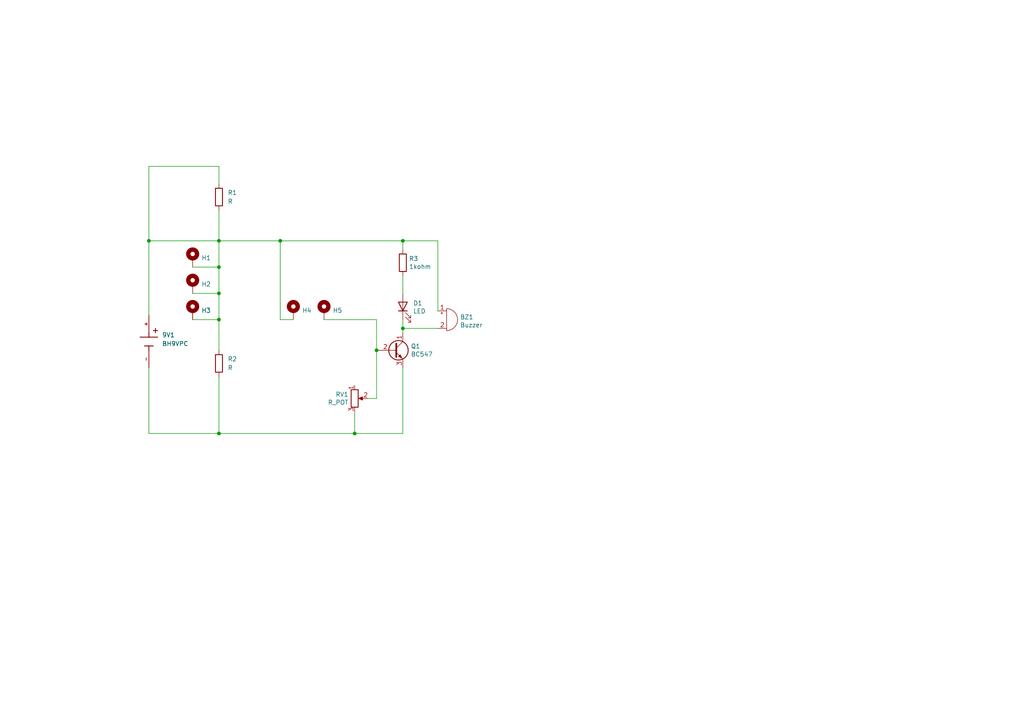
<source format=kicad_sch>
(kicad_sch (version 20211123) (generator eeschema)
  (paper "A4")
  (title_block (title "Soil Humidity Detection Device") (comment 1 "Omer Faruk Bayir") (comment 2 "180208063"))
  (lib_symbols
    (symbol "BH9VPC:BH9VPC" (pin_names (offset 1.016))
      (property "Reference" "BT" (at -3.81 3.81 0))
      (property "Value" "BH9VPC" (at -3.81 -5.08 0))
      (symbol "BH9VPC_0_0"
        (polyline (pts (xy -3.81 1.905) (xy -2.54 1.905)) (stroke (width 0.254)))
        (polyline (pts (xy -3.175 2.54) (xy -3.175 1.27)) (stroke (width 0.254)))
        (polyline (pts (xy -1.27 0) (xy -2.54 0)) (stroke (width 0.254)))
        (polyline (pts (xy -1.27 0) (xy -1.27 -2.54)) (stroke (width 0.254)))
        (polyline (pts (xy -1.27 2.54) (xy -1.27 0)) (stroke (width 0.254)))
        (polyline (pts (xy 1.27 0) (xy 1.27 -1.27)) (stroke (width 0.254)))
        (polyline (pts (xy 1.27 0) (xy 2.54 0)) (stroke (width 0.254)))
        (polyline (pts (xy 1.27 1.27) (xy 1.27 0)) (stroke (width 0.254)))
        (pin passive line (at -7.62 0 0) (length 5.08) (name "~") (number "+"))
        (pin passive line (at 7.62 0 180) (length 5.08) (name "~") (number "-"))
      )
    )
    (symbol "Device:Buzzer" (pin_names (offset 0.0254) hide)
      (property "Reference" "BZ" (at 3.81 1.27 0))
      (property "Value" "Buzzer" (at 3.81 -1.27 0))
      (symbol "Buzzer_0_1"
        (arc (start 0 -3.175) (mid 3.175 0) (end 0 3.175))
        (polyline (pts (xy -1.651 1.905) (xy -1.143 1.905)))
        (polyline (pts (xy -1.397 2.159) (xy -1.397 1.651)))
        (polyline (pts (xy 0 3.175) (xy 0 -3.175)))
      )
      (symbol "Buzzer_1_1"
        (pin passive line (at -2.54 2.54 0) (length 2.54) (name "-") (number "1"))
        (pin passive line (at -2.54 -2.54 0) (length 2.54) (name "+") (number "2"))
      )
    )
    (symbol "Device:LED" (pin_numbers hide) (pin_names (offset 1.016) hide)
      (property "Reference" "D" (at 0 2.54 0))
      (property "Value" "LED" (at 0 -2.54 0))
      (symbol "LED_0_1"
        (polyline (pts (xy -1.27 -1.27) (xy -1.27 1.27)) (stroke (width 0.254)))
        (polyline (pts (xy -1.27 0) (xy 1.27 0)))
        (polyline (pts (xy 1.27 -1.27) (xy 1.27 1.27) (xy -1.27 0) (xy 1.27 -1.27)) (stroke (width 0.254)))
        (polyline (pts (xy -3.048 -0.762) (xy -4.572 -2.286) (xy -3.81 -2.286) (xy -4.572 -2.286) (xy -4.572 -1.524)))
        (polyline (pts (xy -1.778 -0.762) (xy -3.302 -2.286) (xy -2.54 -2.286) (xy -3.302 -2.286) (xy -3.302 -1.524)))
      )
      (symbol "LED_1_1"
        (pin passive line (at -3.81 0 0) (length 2.54) (name "K") (number "1"))
        (pin passive line (at 3.81 0 180) (length 2.54) (name "A") (number "2"))
      )
    )
    (symbol "Device:R" (pin_numbers hide) (pin_names (offset 0))
      (property "Reference" "R" (at 2.032 0 90))
      (property "Value" "R" (at 0 0 90))
      (symbol "R_0_1"
        (rectangle (start -1.016 -2.54) (end 1.016 2.54) (stroke (width 0.254)))
      )
      (symbol "R_1_1"
        (pin passive line (at 0 3.81 270) (length 1.27) (name "~") (number "1"))
        (pin passive line (at 0 -3.81 90) (length 1.27) (name "~") (number "2"))
      )
    )
    (symbol "Mechanical:MountingHole_Pad" (pin_numbers hide) (pin_names (offset 1.016) hide)
      (property "Reference" "H" (at 0 6.35 0))
      (property "Value" "MountingHole_Pad" (at 0 4.445 0))
      (symbol "MountingHole_Pad_0_1"
        (circle (center 0 1.27) (radius 1.27) (stroke (width 1.27)))
      )
      (symbol "MountingHole_Pad_1_1"
        (pin input line (at 0 -2.54 90) (length 2.54) (name "1") (number "1"))
      )
    )
    (symbol "Resistive-Soil-Humidity-Sensor-rescue:R_POT-Device" (pin_names (offset 1.016) hide)
      (property "Reference" "RV" (at -4.445 0 90))
      (property "Value" "R_POT-Device" (at -2.54 0 90))
      (symbol "R_POT-Device_0_1"
        (polyline (pts (xy 2.54 0) (xy 1.524 0)))
        (polyline (pts (xy 1.143 0) (xy 2.286 0.508) (xy 2.286 -0.508) (xy 1.143 0)) (fill (type outline)))
        (rectangle (start 1.016 2.54) (end -1.016 -2.54) (stroke (width 0.254)))
      )
      (symbol "R_POT-Device_1_1"
        (pin passive line (at 0 3.81 270) (length 1.27) (name "1") (number "1"))
        (pin passive line (at 3.81 0 180) (length 1.27) (name "2") (number "2"))
        (pin passive line (at 0 -3.81 90) (length 1.27) (name "3") (number "3"))
      )
    )
    (symbol "Transistor_BJT:BC547" (pin_names (offset 0) hide)
      (property "Reference" "Q" (at 5.08 1.905 0))
      (property "Value" "BC547" (at 5.08 0 0))
      (symbol "BC547_0_1"
        (polyline (pts (xy 0 0) (xy 0.635 0)))
        (polyline (pts (xy 0.635 0.635) (xy 2.54 2.54)))
        (polyline (pts (xy 0.635 -0.635) (xy 2.54 -2.54) (xy 2.54 -2.54)))
        (polyline (pts (xy 0.635 1.905) (xy 0.635 -1.905) (xy 0.635 -1.905)) (stroke (width 0.508)))
        (polyline (pts (xy 1.27 -1.778) (xy 1.778 -1.27) (xy 2.286 -2.286) (xy 1.27 -1.778) (xy 1.27 -1.778)) (fill (type outline)))
        (circle (center 1.27 0) (radius 2.8194) (stroke (width 0.254)))
      )
      (symbol "BC547_1_1"
        (pin passive line (at 2.54 5.08 270) (length 2.54) (name "C") (number "1"))
        (pin input line (at -5.08 0 0) (length 5.08) (name "B") (number "2"))
        (pin passive line (at 2.54 -5.08 90) (length 2.54) (name "E") (number "3"))
      )
    )
  )
  (junction (at 63.5 92.71))
  (junction (at 63.5 85.09))
  (junction (at 81.28 69.85))
  (junction (at 116.84 95.25))
  (junction (at 116.84 69.85))
  (junction (at 43.18 69.85))
  (junction (at 109.22 101.6))
  (junction (at 102.87 125.73))
  (junction (at 63.5 69.85))
  (junction (at 63.5 77.47))
  (junction (at 63.5 125.73))
  (wire (pts (xy 116.84 95.25) (xy 116.84 96.52)))
  (wire (pts (xy 116.84 92.71) (xy 116.84 95.25)))
  (wire (pts (xy 55.88 77.47) (xy 63.5 77.47)))
  (wire (pts (xy 55.88 92.71) (xy 63.5 92.71)))
  (wire (pts (xy 43.18 69.85) (xy 63.5 69.85)))
  (wire (pts (xy 43.18 125.73) (xy 63.5 125.73)))
  (wire (pts (xy 63.5 60.96) (xy 63.5 69.85)))
  (wire (pts (xy 81.28 69.85) (xy 116.84 69.85)))
  (wire (pts (xy 43.18 106.68) (xy 43.18 125.73)))
  (wire (pts (xy 63.5 77.47) (xy 63.5 85.09)))
  (wire (pts (xy 93.98 92.71) (xy 109.22 92.71)))
  (wire (pts (xy 81.28 69.85) (xy 81.28 92.71)))
  (wire (pts (xy 127 69.85) (xy 116.84 69.85)))
  (wire (pts (xy 116.84 106.68) (xy 116.84 125.73)))
  (wire (pts (xy 106.68 115.57) (xy 109.22 115.57)))
  (wire (pts (xy 43.18 48.26) (xy 43.18 69.85)))
  (wire (pts (xy 127 90.17) (xy 127 69.85)))
  (wire (pts (xy 55.88 85.09) (xy 63.5 85.09)))
  (wire (pts (xy 102.87 119.38) (xy 102.87 125.73)))
  (wire (pts (xy 63.5 92.71) (xy 63.5 101.6)))
  (wire (pts (xy 63.5 85.09) (xy 63.5 92.71)))
  (wire (pts (xy 63.5 48.26) (xy 43.18 48.26)))
  (wire (pts (xy 63.5 125.73) (xy 102.87 125.73)))
  (wire (pts (xy 116.84 80.01) (xy 116.84 85.09)))
  (wire (pts (xy 63.5 109.22) (xy 63.5 125.73)))
  (wire (pts (xy 63.5 53.34) (xy 63.5 48.26)))
  (wire (pts (xy 63.5 69.85) (xy 63.5 77.47)))
  (wire (pts (xy 43.18 69.85) (xy 43.18 91.44)))
  (wire (pts (xy 116.84 69.85) (xy 116.84 72.39)))
  (wire (pts (xy 63.5 69.85) (xy 81.28 69.85)))
  (wire (pts (xy 127 95.25) (xy 116.84 95.25)))
  (wire (pts (xy 81.28 92.71) (xy 85.09 92.71)))
  (wire (pts (xy 109.22 101.6) (xy 109.22 115.57)))
  (wire (pts (xy 116.84 125.73) (xy 102.87 125.73)))
  (wire (pts (xy 109.22 101.6) (xy 109.22 92.71)))
  (symbol (lib_id "Device:R") (at 63.5 105.41 0) (unit 1)
    (property "Reference" "R2" (at 66.04 104.1399 0) (effects (justify left)))
    (property "Value" "R" (at 66.04 106.6799 0) (effects (justify left)))
    (property "Footprint" "Resistor_THT:R_Axial_DIN0204_L3.6mm_D1.6mm_P5.08mm_Horizontal" (effects hide))
  )
  (symbol (lib_id "Mechanical:MountingHole_Pad") (at 85.09 90.17 0) (unit 1)
    (property "Reference" "H4" (at 87.63 90.043 0) (effects (justify left)))
    (property "Value" "MountingHole_Pad" (effects hide))
    (property "Footprint" "Connector_Pin:Pin_D0.9mm_L10.0mm_W2.4mm_FlatFork" (effects hide))
  )
  (symbol (lib_id "Device:R") (at 116.84 76.2 0) (unit 1)
    (property "Reference" "R3" (at 118.618 75.0316 0) (effects (justify left)))
    (property "Value" "1kohm" (at 118.618 77.343 0) (effects (justify left)))
    (property "Footprint" "Resistor_SMD:R_0402_1005Metric" (effects hide))
  )
  (symbol (lib_id "Mechanical:MountingHole_Pad") (at 55.88 90.17 0) (unit 1)
    (property "Reference" "H3" (at 58.42 90.043 0) (effects (justify left)))
    (property "Value" "MountingHole_Pad" (effects hide))
    (property "Footprint" "Connector_Pin:Pin_D0.9mm_L10.0mm_W2.4mm_FlatFork" (effects hide))
  )
  (symbol (lib_id "BH9VPC:BH9VPC") (at 43.18 99.06 270) (unit 1)
    (property "Reference" "9V1" (at 46.99 97.1549 90) (effects (justify left)))
    (property "Value" "BH9VPC" (at 46.99 99.6949 90) (effects (justify left)))
    (property "Footprint" "BHVPC-BatteryHolder:BAT_BH9VPC" (effects hide))
    (property "STANDARD" "Manufacturer Recommendations" (effects hide))
    (property "MANUFACTURER" "MPD" (effects hide))
    (property "MAXIMUM_PACKAGE_HEIGHT" "20.62mm" (effects hide))
    (property "PARTREV" "F" (effects hide))
  )
  (symbol (lib_id "Mechanical:MountingHole_Pad") (at 93.98 90.17 0) (unit 1)
    (property "Reference" "H5" (at 96.52 90.043 0) (effects (justify left)))
    (property "Value" "MountingHole_Pad" (effects hide))
    (property "Footprint" "Connector_Pin:Pin_D0.9mm_L10.0mm_W2.4mm_FlatFork" (effects hide))
  )
  (symbol (lib_id "Device:Buzzer") (at 129.54 92.71 0) (unit 1)
    (property "Reference" "BZ1" (at 133.4262 91.9734 0) (effects (justify left)))
    (property "Value" "Buzzer" (at 133.4262 94.2848 0) (effects (justify left)))
    (property "Footprint" "Buzzer_Beeper:Buzzer_12x9.5RM7.6" (effects hide))
  )
  (symbol (lib_id "Mechanical:MountingHole_Pad") (at 55.88 82.55 0) (unit 1)
    (property "Reference" "H2" (at 58.42 82.423 0) (effects (justify left)))
    (property "Value" "MountingHole_Pad" (effects hide))
    (property "Footprint" "Connector_Pin:Pin_D0.9mm_L10.0mm_W2.4mm_FlatFork" (effects hide))
  )
  (symbol (lib_id "Mechanical:MountingHole_Pad") (at 55.88 74.93 0) (unit 1)
    (property "Reference" "H1" (at 58.42 74.803 0) (effects (justify left)))
    (property "Value" "MountingHole_Pad" (effects hide))
    (property "Footprint" "Connector_Pin:Pin_D0.9mm_L10.0mm_W2.4mm_FlatFork" (effects hide))
  )
  (symbol (lib_id "Device:R") (at 63.5 57.15 0) (unit 1)
    (property "Reference" "R1" (at 66.04 55.8799 0) (effects (justify left)))
    (property "Value" "R" (at 66.04 58.4199 0) (effects (justify left)))
    (property "Footprint" "Resistor_THT:R_Axial_DIN0204_L3.6mm_D1.6mm_P5.08mm_Horizontal" (effects hide))
  )
  (symbol (lib_id "Resistive-Soil-Humidity-Sensor-rescue:R_POT-Device") (at 102.87 115.57 0) (unit 1)
    (property "Reference" "RV1" (at 101.092 114.4016 0) (effects (justify right)))
    (property "Value" "R_POT" (at 101.092 116.713 0) (effects (justify right)))
    (property "Footprint" "Potentiometer_THT:editted_Potentiometer_Bourns_3266Y_Vertical" (effects hide))
  )
  (symbol (lib_id "Transistor_BJT:BC547") (at 114.3 101.6 0) (unit 1)
    (property "Reference" "Q1" (at 119.1514 100.4316 0) (effects (justify left)))
    (property "Value" "BC547" (at 119.1514 102.743 0) (effects (justify left)))
    (property "Footprint" "Package_TO_SOT_THT:TO-92_Inline2-bigger" (effects hide))
    (property "Datasheet" "http://www.fairchildsemi.com/ds/BC/BC547.pdf" (effects hide))
  )
  (symbol (lib_id "Device:LED") (at 116.84 88.9 90) (unit 1)
    (property "Reference" "D1" (at 119.8118 87.9348 90) (effects (justify right)))
    (property "Value" "LED" (at 119.8118 90.2462 90) (effects (justify right)))
    (property "Footprint" "LED_THT:LED_D3.0mm_FlatTop" (effects hide))
  )
)
</source>
